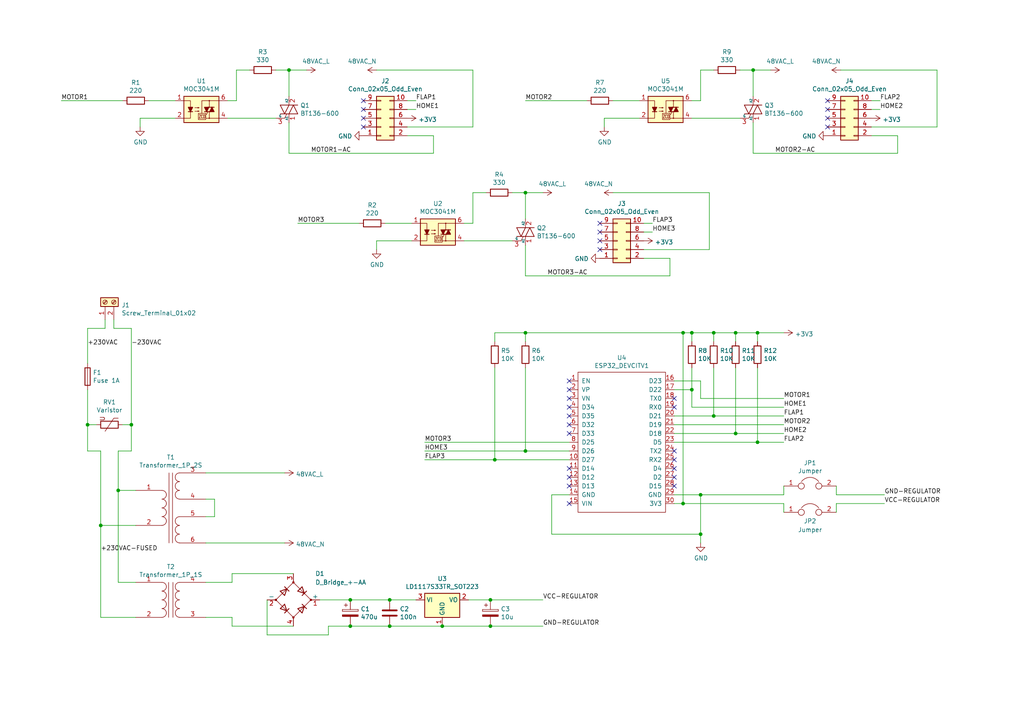
<source format=kicad_sch>
(kicad_sch (version 20231120) (generator "eeschema") (generator_version "8.0")
  (paper "A4")
  (lib_symbols
    (symbol "Connector:Screw_Terminal_01x02" (pin_names (offset 1.016) hide)
      (property "Reference" "J" (at 0 2.54 0))
      (property "Value" "Screw_Terminal_01x02" (at 0 -5.08 0))
      (symbol "Screw_Terminal_01x02_1_1"
        (rectangle (start -1.27 1.27) (end 1.27 -3.81) (stroke (width 0.254)) (fill (type background)))
        (circle (center 0 -2.54) (radius 0.635) (stroke (width 0.1524)))
        (polyline (pts (xy -0.5334 -2.2098) (xy 0.3302 -3.048)) (stroke (width 0.1524)))
        (polyline (pts (xy -0.5334 0.3302) (xy 0.3302 -0.508)) (stroke (width 0.1524)))
        (polyline (pts (xy -0.3556 -2.032) (xy 0.508 -2.8702)) (stroke (width 0.1524)))
        (polyline (pts (xy -0.3556 0.508) (xy 0.508 -0.3302)) (stroke (width 0.1524)))
        (circle (center 0 0) (radius 0.635) (stroke (width 0.1524)))
        (pin passive line (at -5.08 0 0) (length 3.81) (name "Pin_1") (number "1"))
        (pin passive line (at -5.08 -2.54 0) (length 3.81) (name "Pin_2") (number "2"))
      )
    )
    (symbol "Connector_Generic:Conn_02x05_Odd_Even" (pin_names (offset 1.016) hide)
      (property "Reference" "J" (at 1.27 7.62 0))
      (property "Value" "Conn_02x05_Odd_Even" (at 1.27 -7.62 0))
      (symbol "Conn_02x05_Odd_Even_1_1"
        (rectangle (start -1.27 -4.953) (end 0 -5.207) (stroke (width 0.1524)))
        (rectangle (start -1.27 -2.413) (end 0 -2.667) (stroke (width 0.1524)))
        (rectangle (start -1.27 0.127) (end 0 -0.127) (stroke (width 0.1524)))
        (rectangle (start -1.27 2.667) (end 0 2.413) (stroke (width 0.1524)))
        (rectangle (start -1.27 5.207) (end 0 4.953) (stroke (width 0.1524)))
        (rectangle (start -1.27 6.35) (end 3.81 -6.35) (stroke (width 0.254)) (fill (type background)))
        (rectangle (start 3.81 -4.953) (end 2.54 -5.207) (stroke (width 0.1524)))
        (rectangle (start 3.81 -2.413) (end 2.54 -2.667) (stroke (width 0.1524)))
        (rectangle (start 3.81 0.127) (end 2.54 -0.127) (stroke (width 0.1524)))
        (rectangle (start 3.81 2.667) (end 2.54 2.413) (stroke (width 0.1524)))
        (rectangle (start 3.81 5.207) (end 2.54 4.953) (stroke (width 0.1524)))
        (pin passive line (at -5.08 5.08 0) (length 3.81) (name "Pin_1") (number "1"))
        (pin passive line (at 7.62 -5.08 180) (length 3.81) (name "Pin_10") (number "10"))
        (pin passive line (at 7.62 5.08 180) (length 3.81) (name "Pin_2") (number "2"))
        (pin passive line (at -5.08 2.54 0) (length 3.81) (name "Pin_3") (number "3"))
        (pin passive line (at 7.62 2.54 180) (length 3.81) (name "Pin_4") (number "4"))
        (pin passive line (at -5.08 0 0) (length 3.81) (name "Pin_5") (number "5"))
        (pin passive line (at 7.62 0 180) (length 3.81) (name "Pin_6") (number "6"))
        (pin passive line (at -5.08 -2.54 0) (length 3.81) (name "Pin_7") (number "7"))
        (pin passive line (at 7.62 -2.54 180) (length 3.81) (name "Pin_8") (number "8"))
        (pin passive line (at -5.08 -5.08 0) (length 3.81) (name "Pin_9") (number "9"))
      )
    )
    (symbol "Device:C" (pin_numbers hide) (pin_names (offset 0.254))
      (property "Reference" "C" (at 0.635 2.54 0))
      (property "Value" "C" (at 0.635 -2.54 0))
      (symbol "C_0_1"
        (polyline (pts (xy -2.032 -0.762) (xy 2.032 -0.762)) (stroke (width 0.508)))
        (polyline (pts (xy -2.032 0.762) (xy 2.032 0.762)) (stroke (width 0.508)))
      )
      (symbol "C_1_1"
        (pin passive line (at 0 3.81 270) (length 2.794) (name "~") (number "1"))
        (pin passive line (at 0 -3.81 90) (length 2.794) (name "~") (number "2"))
      )
    )
    (symbol "Device:D_Bridge_+-AA" (pin_names (offset 0))
      (property "Reference" "D" (at 2.54 6.985 0))
      (property "Value" "D_Bridge_+-AA" (at 2.54 5.08 0))
      (symbol "D_Bridge_+-AA_0_1"
        (circle (center -5.08 0) (radius 0.254) (fill (type outline)))
        (circle (center 0 -5.08) (radius 0.254) (fill (type outline)))
        (polyline (pts (xy -2.54 3.81) (xy -1.27 2.54)) (stroke (width 0.254)))
        (polyline (pts (xy -1.27 -2.54) (xy -2.54 -3.81)) (stroke (width 0.254)))
        (polyline (pts (xy 2.54 -1.27) (xy 3.81 -2.54)) (stroke (width 0.254)))
        (polyline (pts (xy 2.54 1.27) (xy 3.81 2.54)) (stroke (width 0.254)))
        (polyline (pts (xy -3.81 2.54) (xy -2.54 1.27) (xy -1.905 3.175) (xy -3.81 2.54)) (stroke (width 0.254)))
        (polyline (pts (xy -2.54 -1.27) (xy -3.81 -2.54) (xy -1.905 -3.175) (xy -2.54 -1.27)) (stroke (width 0.254)))
        (polyline (pts (xy 1.27 2.54) (xy 2.54 3.81) (xy 3.175 1.905) (xy 1.27 2.54)) (stroke (width 0.254)))
        (polyline (pts (xy 3.175 -1.905) (xy 1.27 -2.54) (xy 2.54 -3.81) (xy 3.175 -1.905)) (stroke (width 0.254)))
        (polyline (pts (xy -5.08 0) (xy 0 -5.08) (xy 5.08 0) (xy 0 5.08) (xy -5.08 0)))
        (circle (center 0 5.08) (radius 0.254) (fill (type outline)))
        (circle (center 5.08 0) (radius 0.254) (fill (type outline)))
      )
      (symbol "D_Bridge_+-AA_1_1"
        (pin passive line (at 7.62 0 180) (length 2.54) (name "+") (number "1"))
        (pin passive line (at -7.62 0 0) (length 2.54) (name "-") (number "2"))
        (pin passive line (at 0 7.62 270) (length 2.54) (name "~") (number "3"))
        (pin passive line (at 0 -7.62 90) (length 2.54) (name "~") (number "4"))
      )
    )
    (symbol "Device:Fuse" (pin_numbers hide) (pin_names (offset 0))
      (property "Reference" "F" (at 2.032 0 90))
      (property "Value" "Fuse" (at -1.905 0 90))
      (symbol "Fuse_0_1"
        (rectangle (start -0.762 -2.54) (end 0.762 2.54) (stroke (width 0.254)))
        (polyline (pts (xy 0 2.54) (xy 0 -2.54)))
      )
      (symbol "Fuse_1_1"
        (pin passive line (at 0 3.81 270) (length 1.27) (name "~") (number "1"))
        (pin passive line (at 0 -3.81 90) (length 1.27) (name "~") (number "2"))
      )
    )
    (symbol "Device:R" (pin_numbers hide) (pin_names (offset 0))
      (property "Reference" "R" (at 2.032 0 90))
      (property "Value" "R" (at 0 0 90))
      (symbol "R_0_1"
        (rectangle (start -1.016 -2.54) (end 1.016 2.54) (stroke (width 0.254)))
      )
      (symbol "R_1_1"
        (pin passive line (at 0 3.81 270) (length 1.27) (name "~") (number "1"))
        (pin passive line (at 0 -3.81 90) (length 1.27) (name "~") (number "2"))
      )
    )
    (symbol "Device:Transformer_1P_1S" (pin_names (offset 1.016) hide)
      (property "Reference" "T" (at 0 6.35 0))
      (property "Value" "Transformer_1P_1S" (at 0 -7.62 0))
      (symbol "Transformer_1P_1S_0_1"
        (arc (start -2.54 -5.0546) (mid -1.6599 -4.6901) (end -1.27 -3.81))
        (arc (start -2.54 -2.5146) (mid -1.6599 -2.1501) (end -1.27 -1.27))
        (arc (start -2.54 0.0254) (mid -1.6599 0.3899) (end -1.27 1.27))
        (arc (start -2.54 2.5654) (mid -1.6599 2.9299) (end -1.27 3.81))
        (arc (start -1.27 -3.81) (mid -1.642 -2.912) (end -2.54 -2.54))
        (arc (start -1.27 -1.27) (mid -1.642 -0.372) (end -2.54 0))
        (arc (start -1.27 1.27) (mid -1.642 2.168) (end -2.54 2.54))
        (arc (start -1.27 3.81) (mid -1.642 4.708) (end -2.54 5.08))
        (polyline (pts (xy -0.635 5.08) (xy -0.635 -5.08)))
        (polyline (pts (xy 0.635 -5.08) (xy 0.635 5.08)))
        (arc (start 1.2954 -1.27) (mid 1.6599 -2.1501) (end 2.54 -2.5146))
        (arc (start 1.2954 1.27) (mid 1.6599 0.3899) (end 2.54 0.0254))
        (arc (start 1.2954 3.81) (mid 1.6599 2.9299) (end 2.54 2.5654))
        (arc (start 1.3208 -3.81) (mid 1.6853 -4.6901) (end 2.5654 -5.0546))
        (arc (start 2.54 0) (mid 1.642 -0.372) (end 1.2954 -1.27))
        (arc (start 2.54 2.54) (mid 1.642 2.168) (end 1.2954 1.27))
        (arc (start 2.54 5.08) (mid 1.642 4.708) (end 1.2954 3.81))
        (arc (start 2.5654 -2.54) (mid 1.6674 -2.912) (end 1.3208 -3.81))
      )
      (symbol "Transformer_1P_1S_1_1"
        (pin passive line (at -10.16 5.08 0) (length 7.62) (name "AA") (number "1"))
        (pin passive line (at -10.16 -5.08 0) (length 7.62) (name "AB") (number "2"))
        (pin passive line (at 10.16 -5.08 180) (length 7.62) (name "SA") (number "3"))
        (pin passive line (at 10.16 5.08 180) (length 7.62) (name "SB") (number "4"))
      )
    )
    (symbol "Device:Transformer_1P_2S" (pin_names (offset 1.016) hide)
      (property "Reference" "T" (at 0 12.7 0))
      (property "Value" "Transformer_1P_2S" (at 0 -12.7 0))
      (symbol "Transformer_1P_2S_0_1"
        (arc (start -2.54 -5.0546) (mid -1.6599 -4.6901) (end -1.27 -3.81))
        (arc (start -2.54 -2.5146) (mid -1.6599 -2.1501) (end -1.27 -1.27))
        (arc (start -2.54 0.0254) (mid -1.6599 0.3899) (end -1.27 1.27))
        (arc (start -2.54 2.5654) (mid -1.6599 2.9299) (end -1.27 3.81))
        (arc (start -1.27 -3.81) (mid -1.642 -2.912) (end -2.54 -2.54))
        (arc (start -1.27 -1.27) (mid -1.642 -0.372) (end -2.54 0))
        (arc (start -1.27 1.27) (mid -1.642 2.168) (end -2.54 2.54))
        (arc (start -1.27 3.81) (mid -1.642 4.708) (end -2.54 5.08))
        (polyline (pts (xy -0.508 -10.16) (xy -0.508 10.16)))
        (polyline (pts (xy 0.508 10.16) (xy 0.508 -10.16)))
        (arc (start 1.2954 -8.89) (mid 1.6599 -9.7701) (end 2.54 -10.1346))
        (arc (start 1.2954 -6.35) (mid 1.6599 -7.2301) (end 2.54 -7.5946))
        (arc (start 1.2954 -3.81) (mid 1.6599 -4.6901) (end 2.54 -5.0546))
        (arc (start 1.2954 3.81) (mid 1.6599 2.9299) (end 2.54 2.5654))
        (arc (start 1.2954 6.35) (mid 1.6599 5.4699) (end 2.54 5.1054))
        (arc (start 1.2954 8.89) (mid 1.6599 8.0099) (end 2.54 7.6454))
        (arc (start 2.54 -7.62) (mid 1.642 -7.992) (end 1.2954 -8.89))
        (arc (start 2.54 -5.08) (mid 1.642 -5.452) (end 1.2954 -6.35))
        (arc (start 2.54 -2.54) (mid 1.642 -2.912) (end 1.2954 -3.81))
        (arc (start 2.54 5.08) (mid 1.642 4.708) (end 1.2954 3.81))
        (arc (start 2.54 7.62) (mid 1.642 7.248) (end 1.2954 6.35))
        (arc (start 2.54 10.16) (mid 1.642 9.788) (end 1.2954 8.89))
      )
      (symbol "Transformer_1P_2S_1_1"
        (pin passive line (at -10.16 5.08 0) (length 7.62) (name "AA") (number "1"))
        (pin passive line (at -10.16 -5.08 0) (length 7.62) (name "AB") (number "2"))
        (pin passive line (at 10.16 10.16 180) (length 7.62) (name "SA") (number "3"))
        (pin passive line (at 10.16 2.54 180) (length 7.62) (name "SB") (number "4"))
        (pin passive line (at 10.16 -2.54 180) (length 7.62) (name "SC") (number "5"))
        (pin passive line (at 10.16 -10.16 180) (length 7.62) (name "SD") (number "6"))
      )
    )
    (symbol "Device:Varistor" (pin_numbers hide) (pin_names (offset 0))
      (property "Reference" "RV" (at 3.175 0 90))
      (property "Value" "Varistor" (at -3.175 0 90))
      (symbol "Varistor_0_0"
        (text "U" (at -1.778 -2.032 0) (effects (font (size 1.27 1.27))))
      )
      (symbol "Varistor_0_1"
        (rectangle (start -1.016 -2.54) (end 1.016 2.54) (stroke (width 0.254)))
        (polyline (pts (xy -1.905 2.54) (xy -1.905 1.27) (xy 1.905 -1.27)))
      )
      (symbol "Varistor_1_1"
        (pin passive line (at 0 3.81 270) (length 1.27) (name "~") (number "1"))
        (pin passive line (at 0 -3.81 90) (length 1.27) (name "~") (number "2"))
      )
    )
    (symbol "JS_Local:+48VAC" (power) (pin_names (offset 0))
      (property "Value" "+48VAC" (at 0 3.556 0))
      (symbol "+48VAC_0_1"
        (polyline (pts (xy -0.762 1.27) (xy 0 2.54)))
        (polyline (pts (xy 0 0) (xy 0 2.54)))
        (polyline (pts (xy 0 2.54) (xy 0.762 1.27)))
      )
      (symbol "+48VAC_1_1"
        (pin power_in line (at 0 0 90) (length 0) hide (name "48VAC_L") (number "1"))
      )
    )
    (symbol "JS_Local:-48VAC" (power) (pin_names (offset 0))
      (property "Value" "-48VAC" (at 0 3.556 0))
      (symbol "-48VAC_0_1"
        (polyline (pts (xy -0.762 1.27) (xy 0 2.54)))
        (polyline (pts (xy 0 0) (xy 0 2.54)))
        (polyline (pts (xy 0 2.54) (xy 0.762 1.27)))
      )
      (symbol "-48VAC_1_1"
        (pin power_in line (at 0 0 90) (length 0) hide (name "48VAC_N") (number "1"))
      )
    )
    (symbol "JS_Local:ESP32_DEVCITV1" (pin_names (offset 1.016))
      (property "Reference" "U" (at 0 22.86 0))
      (property "Value" "ESP32_DEVCITV1" (at 0 0 90))
      (symbol "ESP32_DEVCITV1_0_1"
        (rectangle (start -12.7 20.32) (end 12.7 -20.32))
      )
      (symbol "ESP32_DEVCITV1_1_1"
        (pin input line (at -15.24 17.78 0) (length 2.54) (name "EN") (number "1"))
        (pin bidirectional line (at -15.24 -5.08 0) (length 2.54) (name "D27") (number "10"))
        (pin bidirectional line (at -15.24 -7.62 0) (length 2.54) (name "D14") (number "11"))
        (pin bidirectional line (at -15.24 -10.16 0) (length 2.54) (name "D12") (number "12"))
        (pin bidirectional line (at -15.24 -12.7 0) (length 2.54) (name "D13") (number "13"))
        (pin power_in line (at -15.24 -15.24 0) (length 2.54) (name "GND") (number "14"))
        (pin power_in line (at -15.24 -17.78 0) (length 2.54) (name "VIN") (number "15"))
        (pin bidirectional line (at 15.24 17.78 180) (length 2.54) (name "D23") (number "16"))
        (pin bidirectional line (at 15.24 15.24 180) (length 2.54) (name "D22") (number "17"))
        (pin bidirectional line (at 15.24 12.7 180) (length 2.54) (name "TX0") (number "18"))
        (pin bidirectional line (at 15.24 10.16 180) (length 2.54) (name "RX0") (number "19"))
        (pin input line (at -15.24 15.24 0) (length 2.54) (name "VP") (number "2"))
        (pin bidirectional line (at 15.24 7.62 180) (length 2.54) (name "D21") (number "20"))
        (pin bidirectional line (at 15.24 5.08 180) (length 2.54) (name "D19") (number "21"))
        (pin bidirectional line (at 15.24 2.54 180) (length 2.54) (name "D18") (number "22"))
        (pin bidirectional line (at 15.24 0 180) (length 2.54) (name "D5") (number "23"))
        (pin bidirectional line (at 15.24 -2.54 180) (length 2.54) (name "TX2") (number "24"))
        (pin bidirectional line (at 15.24 -5.08 180) (length 2.54) (name "RX2") (number "25"))
        (pin bidirectional line (at 15.24 -7.62 180) (length 2.54) (name "D4") (number "26"))
        (pin bidirectional line (at 15.24 -10.16 180) (length 2.54) (name "D2") (number "27"))
        (pin bidirectional line (at 15.24 -12.7 180) (length 2.54) (name "D15") (number "28"))
        (pin power_out line (at 15.24 -15.24 180) (length 2.54) (name "GND") (number "29"))
        (pin input line (at -15.24 12.7 0) (length 2.54) (name "VN") (number "3"))
        (pin power_out line (at 15.24 -17.78 180) (length 2.54) (name "3V3") (number "30"))
        (pin input line (at -15.24 10.16 0) (length 2.54) (name "D34") (number "4"))
        (pin input line (at -15.24 7.62 0) (length 2.54) (name "D35") (number "5"))
        (pin output line (at -15.24 5.08 0) (length 2.54) (name "D32") (number "6"))
        (pin output line (at -15.24 2.54 0) (length 2.54) (name "D33") (number "7"))
        (pin bidirectional line (at -15.24 0 0) (length 2.54) (name "D25") (number "8"))
        (pin bidirectional line (at -15.24 -2.54 0) (length 2.54) (name "D26") (number "9"))
      )
    )
    (symbol "Regulator_Linear:LD1117S33TR_SOT223"
      (property "Reference" "U" (at -3.81 3.175 0))
      (property "Value" "LD1117S33TR_SOT223" (at 0 3.175 0))
      (symbol "LD1117S33TR_SOT223_0_1"
        (rectangle (start -5.08 -5.08) (end 5.08 1.905) (stroke (width 0.254)) (fill (type background)))
      )
      (symbol "LD1117S33TR_SOT223_1_1"
        (pin power_in line (at 0 -7.62 90) (length 2.54) (name "GND") (number "1"))
        (pin power_out line (at 7.62 0 180) (length 2.54) (name "VO") (number "2"))
        (pin power_in line (at -7.62 0 0) (length 2.54) (name "VI") (number "3"))
      )
    )
    (symbol "Triac_Thyristor:BT136-600" (pin_names (offset 0))
      (property "Reference" "Q" (at 5.08 1.905 0))
      (property "Value" "BT136-600" (at 5.08 0 0))
      (symbol "BT136-600_0_1"
        (polyline (pts (xy -2.54 -1.27) (xy 2.54 -1.27)) (stroke (width 0.2032)))
        (polyline (pts (xy -2.54 1.27) (xy 2.54 1.27)) (stroke (width 0.2032)))
        (polyline (pts (xy -1.27 -2.54) (xy -0.635 -1.27)))
        (polyline (pts (xy -2.54 1.27) (xy -1.27 -1.27) (xy 0 1.27)) (stroke (width 0.2032)))
        (polyline (pts (xy 0 -1.27) (xy 1.27 1.27) (xy 2.54 -1.27)) (stroke (width 0.2032)))
      )
      (symbol "BT136-600_1_1"
        (pin passive line (at 0 -3.81 90) (length 2.54) (name "A1") (number "1"))
        (pin passive line (at 0 3.81 270) (length 2.54) (name "A2") (number "2"))
        (pin input line (at -3.81 -2.54 0) (length 2.54) (name "G") (number "3"))
      )
    )
    (symbol "splitflap-berlin-rescue:+3V3-power" (power) (pin_names (offset 0))
      (property "Value" "power_+3V3" (at 0 3.556 0))
      (symbol "+3V3-power_0_1"
        (polyline (pts (xy -0.762 1.27) (xy 0 2.54)))
        (polyline (pts (xy 0 0) (xy 0 2.54)))
        (polyline (pts (xy 0 2.54) (xy 0.762 1.27)))
      )
      (symbol "+3V3-power_1_1"
        (pin power_in line (at 0 0 90) (length 0) hide (name "+3V3") (number "1"))
      )
    )
    (symbol "splitflap-berlin-rescue:CP-Device" (pin_numbers hide) (pin_names (offset 0.254))
      (property "Reference" "C" (at 0.635 2.54 0))
      (property "Value" "Device_CP" (at 0.635 -2.54 0))
      (symbol "CP-Device_0_1"
        (rectangle (start -2.286 0.508) (end -2.286 1.016))
        (rectangle (start -2.286 0.508) (end 2.286 0.508))
        (polyline (pts (xy -1.778 2.286) (xy -0.762 2.286)))
        (polyline (pts (xy -1.27 2.794) (xy -1.27 1.778)))
        (rectangle (start 2.286 -0.508) (end -2.286 -1.016) (fill (type outline)))
        (rectangle (start 2.286 1.016) (end -2.286 1.016))
        (rectangle (start 2.286 1.016) (end 2.286 0.508))
      )
      (symbol "CP-Device_1_1"
        (pin passive line (at 0 3.81 270) (length 2.794) (name "~") (number "1"))
        (pin passive line (at 0 -3.81 90) (length 2.794) (name "~") (number "2"))
      )
    )
    (symbol "splitflap-berlin-rescue:GND-power" (power) (pin_names (offset 0))
      (property "Value" "power_GND" (at 0 -3.81 0))
      (symbol "GND-power_0_1"
        (polyline (pts (xy 0 0) (xy 0 -1.27) (xy 1.27 -1.27) (xy 0 -2.54) (xy -1.27 -1.27) (xy 0 -1.27)))
      )
      (symbol "GND-power_1_1"
        (pin power_in line (at 0 0 270) (length 0) hide (name "GND") (number "1"))
      )
    )
    (symbol "splitflap-berlin-rescue:Jumper-Device" (pin_names (offset 0.762) hide)
      (property "Reference" "JP" (at 0 3.81 0))
      (property "Value" "Device_Jumper" (at 0 -2.032 0))
      (symbol "Jumper-Device_0_1"
        (circle (center -2.54 0) (radius 0.889))
        (arc (start 2.5146 1.27) (mid 0.0078 2.5097) (end -2.4892 1.27))
        (circle (center 2.54 0) (radius 0.889))
        (pin passive line (at -7.62 0 0) (length 4.191) (name "1") (number "1"))
        (pin passive line (at 7.62 0 180) (length 4.191) (name "2") (number "2"))
      )
    )
    (symbol "splitflap-berlin-rescue:MOC3041M-Relay_SolidState" (pin_names (offset 1.016))
      (property "Reference" "U" (at -5.08 5.08 0))
      (property "Value" "Relay_SolidState_MOC3041M" (at 0 5.08 0))
      (symbol "MOC3041M-Relay_SolidState_0_1"
        (rectangle (start -5.08 3.81) (end 5.08 -3.81) (stroke (width 0.254)) (fill (type background)))
        (polyline (pts (xy -3.81 -0.635) (xy -2.54 -0.635)) (stroke (width 0.254)))
        (polyline (pts (xy 0.127 -1.143) (xy 0.127 2.54)))
        (polyline (pts (xy 0.127 2.54) (xy 2.286 2.54)))
        (polyline (pts (xy 1.905 0.635) (xy 3.683 0.635)) (stroke (width 0.254)))
        (polyline (pts (xy 2.286 -2.54) (xy 1.27 -2.54)))
        (polyline (pts (xy 2.286 -2.54) (xy 2.286 -0.635)))
        (polyline (pts (xy 2.286 -2.54) (xy 5.08 -2.54)))
        (polyline (pts (xy 2.286 2.54) (xy 2.286 0.635)))
        (polyline (pts (xy 2.286 2.54) (xy 5.08 2.54)))
        (polyline (pts (xy 2.667 -0.635) (xy 0.889 -0.635)) (stroke (width 0.254)))
        (polyline (pts (xy -5.08 2.54) (xy -3.175 2.54) (xy -3.175 0.635)))
        (polyline (pts (xy -3.175 -0.635) (xy -3.175 -2.54) (xy -5.08 -2.54)))
        (polyline (pts (xy 1.905 -0.635) (xy 1.524 -1.397) (xy 1.27 -1.397)))
        (polyline (pts (xy -3.175 -0.635) (xy -3.81 0.635) (xy -2.54 0.635) (xy -3.175 -0.635)) (stroke (width 0.254)) (fill (type outline)))
        (polyline (pts (xy -0.635 -1.524) (xy -0.254 -1.524) (xy -0.635 -2.54) (xy -0.254 -2.54)))
        (polyline (pts (xy 0 -1.651) (xy 0.127 -1.524) (xy 0.254 -1.524) (xy 0.381 -1.651)))
        (polyline (pts (xy 1.524 -0.635) (xy 2.159 0.635) (xy 0.889 0.635) (xy 1.524 -0.635)) (stroke (width 0.254)) (fill (type outline)))
        (polyline (pts (xy 3.048 0.635) (xy 2.413 -0.635) (xy 3.683 -0.635) (xy 3.048 0.635)) (stroke (width 0.254)) (fill (type outline)))
        (polyline (pts (xy -1.905 -0.508) (xy -0.635 -0.508) (xy -1.016 -0.635) (xy -1.016 -0.381) (xy -0.635 -0.508)))
        (polyline (pts (xy -1.905 0.508) (xy -0.635 0.508) (xy -1.016 0.381) (xy -1.016 0.635) (xy -0.635 0.508)))
        (polyline (pts (xy -0.889 -1.143) (xy -0.889 -2.921) (xy 1.27 -2.921) (xy 1.27 -1.143) (xy -0.889 -1.143)))
        (polyline (pts (xy 0.381 -2.413) (xy 0.254 -2.54) (xy 0.127 -2.54) (xy 0 -2.413) (xy 0 -1.651)))
        (polyline (pts (xy 0.635 -1.524) (xy 0.635 -2.54) (xy 0.889 -2.54) (xy 1.016 -2.413) (xy 1.016 -1.651) (xy 0.889 -1.524) (xy 0.635 -1.524)))
        (circle (center 2.286 -2.54) (radius 0.127))
        (circle (center 2.286 2.54) (radius 0.127))
      )
      (symbol "MOC3041M-Relay_SolidState_1_1"
        (pin passive line (at -7.62 2.54 0) (length 2.54) (name "~") (number "1"))
        (pin passive line (at -7.62 -2.54 0) (length 2.54) (name "~") (number "2"))
        (pin no_connect line (at -7.62 0 0) (length 2.54) hide (name "NC") (number "3"))
        (pin passive line (at 7.62 -2.54 180) (length 2.54) (name "~") (number "4"))
        (pin no_connect line (at 7.62 0 180) (length 2.54) hide (name "NC") (number "5"))
        (pin passive line (at 7.62 2.54 180) (length 2.54) (name "~") (number "6"))
      )
    )
  )
  (junction (at 143.51 133.35))
  (junction (at 101.6 173.99))
  (junction (at 219.71 96.52))
  (junction (at 198.12 146.05))
  (junction (at 203.2 154.94))
  (junction (at 207.01 120.65))
  (junction (at 198.12 96.52))
  (junction (at 203.2 143.51))
  (junction (at 83.82 20.32))
  (junction (at 25.4 123.19))
  (junction (at 213.36 96.52))
  (junction (at 113.03 181.61))
  (junction (at 113.03 173.99))
  (junction (at 142.24 173.99))
  (junction (at 213.36 125.73))
  (junction (at 29.21 152.4))
  (junction (at 128.27 181.61))
  (junction (at 200.66 113.03))
  (junction (at 200.66 96.52))
  (junction (at 152.4 96.52))
  (junction (at 152.4 130.81))
  (junction (at 38.1 123.19))
  (junction (at 101.6 181.61))
  (junction (at 219.71 128.27))
  (junction (at 142.24 181.61))
  (junction (at 207.01 96.52))
  (junction (at 34.29 142.24))
  (junction (at 218.44 20.32))
  (junction (at 152.4 55.88))
  (no_connect (at 165.1 120.65))
  (no_connect (at 173.99 69.85))
  (no_connect (at 240.03 34.29))
  (no_connect (at 105.41 31.75))
  (no_connect (at 195.58 115.57))
  (no_connect (at 173.99 72.39))
  (no_connect (at 240.03 31.75))
  (no_connect (at 173.99 64.77))
  (no_connect (at 195.58 135.89))
  (no_connect (at 165.1 146.05))
  (no_connect (at 165.1 113.03))
  (no_connect (at 195.58 130.81))
  (no_connect (at 165.1 123.19))
  (no_connect (at 105.41 29.21))
  (no_connect (at 195.58 140.97))
  (no_connect (at 165.1 110.49))
  (no_connect (at 105.41 36.83))
  (no_connect (at 165.1 135.89))
  (no_connect (at 165.1 140.97))
  (no_connect (at 240.03 36.83))
  (no_connect (at 165.1 125.73))
  (no_connect (at 165.1 115.57))
  (no_connect (at 173.99 67.31))
  (no_connect (at 195.58 138.43))
  (no_connect (at 195.58 133.35))
  (no_connect (at 105.41 34.29))
  (no_connect (at 195.58 118.11))
  (no_connect (at 165.1 138.43))
  (no_connect (at 165.1 118.11))
  (no_connect (at 240.03 29.21))
  (wire (pts (xy 40.64 34.29) (xy 40.64 36.83)))
  (wire (pts (xy 165.1 130.81) (xy 152.4 130.81)))
  (wire (pts (xy 198.12 146.05) (xy 227.33 146.05)))
  (wire (pts (xy 207.01 120.65) (xy 207.01 106.68)))
  (wire (pts (xy 242.57 146.05) (xy 256.54 146.05)))
  (wire (pts (xy 218.44 20.32) (xy 214.63 20.32)))
  (wire (pts (xy 195.58 125.73) (xy 213.36 125.73)))
  (wire (pts (xy 143.51 133.35) (xy 143.51 106.68)))
  (wire (pts (xy 142.24 173.99) (xy 157.48 173.99)))
  (wire (pts (xy 200.66 29.21) (xy 203.2 29.21)))
  (wire (pts (xy 33.02 95.25) (xy 38.1 95.25)))
  (wire (pts (xy 260.35 44.45) (xy 218.44 44.45)))
  (wire (pts (xy 186.69 67.31) (xy 189.23 67.31)))
  (wire (pts (xy 200.66 113.03) (xy 200.66 118.11)))
  (wire (pts (xy 227.33 148.59) (xy 227.33 146.05)))
  (wire (pts (xy 67.31 168.91) (xy 67.31 166.37)))
  (wire (pts (xy 137.16 36.83) (xy 137.16 20.32)))
  (wire (pts (xy 203.2 154.94) (xy 203.2 157.48)))
  (wire (pts (xy 219.71 128.27) (xy 219.71 106.68)))
  (wire (pts (xy 200.66 99.06) (xy 200.66 96.52)))
  (wire (pts (xy 207.01 96.52) (xy 213.36 96.52)))
  (wire (pts (xy 175.26 34.29) (xy 175.26 36.83)))
  (wire (pts (xy 67.31 166.37) (xy 85.09 166.37)))
  (wire (pts (xy 95.25 184.15) (xy 95.25 181.61)))
  (wire (pts (xy 186.69 64.77) (xy 189.23 64.77)))
  (wire (pts (xy 242.57 140.97) (xy 242.57 143.51)))
  (wire (pts (xy 219.71 96.52) (xy 227.33 96.52)))
  (wire (pts (xy 152.4 63.5) (xy 152.4 55.88)))
  (wire (pts (xy 34.29 130.81) (xy 38.1 130.81)))
  (wire (pts (xy 59.69 137.16) (xy 82.55 137.16)))
  (wire (pts (xy 39.37 179.07) (xy 29.21 179.07)))
  (wire (pts (xy 43.18 29.21) (xy 50.8 29.21)))
  (wire (pts (xy 95.25 181.61) (xy 101.6 181.61)))
  (wire (pts (xy 66.04 29.21) (xy 68.58 29.21)))
  (wire (pts (xy 135.89 173.99) (xy 142.24 173.99)))
  (wire (pts (xy 83.82 20.32) (xy 88.9 20.32)))
  (wire (pts (xy 77.47 184.15) (xy 95.25 184.15)))
  (wire (pts (xy 123.19 130.81) (xy 152.4 130.81)))
  (wire (pts (xy 177.8 29.21) (xy 185.42 29.21)))
  (wire (pts (xy 29.21 130.81) (xy 25.4 130.81)))
  (wire (pts (xy 30.48 95.25) (xy 30.48 92.71)))
  (wire (pts (xy 101.6 181.61) (xy 113.03 181.61)))
  (wire (pts (xy 118.11 36.83) (xy 137.16 36.83)))
  (wire (pts (xy 242.57 148.59) (xy 242.57 146.05)))
  (wire (pts (xy 118.11 31.75) (xy 120.65 31.75)))
  (wire (pts (xy 203.2 20.32) (xy 207.01 20.32)))
  (wire (pts (xy 200.66 96.52) (xy 207.01 96.52)))
  (wire (pts (xy 200.66 34.29) (xy 214.63 34.29)))
  (wire (pts (xy 83.82 35.56) (xy 83.82 44.45)))
  (wire (pts (xy 59.69 157.48) (xy 82.55 157.48)))
  (wire (pts (xy 152.4 130.81) (xy 152.4 106.68)))
  (wire (pts (xy 134.62 69.85) (xy 148.59 69.85)))
  (wire (pts (xy 25.4 130.81) (xy 25.4 123.19)))
  (wire (pts (xy 207.01 99.06) (xy 207.01 96.52)))
  (wire (pts (xy 200.66 96.52) (xy 198.12 96.52)))
  (wire (pts (xy 25.4 95.25) (xy 25.4 105.41)))
  (wire (pts (xy 194.31 80.01) (xy 152.4 80.01)))
  (wire (pts (xy 39.37 142.24) (xy 34.29 142.24)))
  (wire (pts (xy 27.94 123.19) (xy 25.4 123.19)))
  (wire (pts (xy 25.4 123.19) (xy 25.4 113.03)))
  (wire (pts (xy 195.58 128.27) (xy 219.71 128.27)))
  (wire (pts (xy 119.38 69.85) (xy 109.22 69.85)))
  (wire (pts (xy 35.56 123.19) (xy 38.1 123.19)))
  (wire (pts (xy 160.02 154.94) (xy 203.2 154.94)))
  (wire (pts (xy 86.36 64.77) (xy 104.14 64.77)))
  (wire (pts (xy 198.12 96.52) (xy 198.12 146.05)))
  (wire (pts (xy 113.03 181.61) (xy 128.27 181.61)))
  (wire (pts (xy 213.36 99.06) (xy 213.36 96.52)))
  (wire (pts (xy 186.69 72.39) (xy 205.74 72.39)))
  (wire (pts (xy 39.37 168.91) (xy 34.29 168.91)))
  (wire (pts (xy 194.31 74.93) (xy 194.31 80.01)))
  (wire (pts (xy 33.02 92.71) (xy 33.02 95.25)))
  (wire (pts (xy 67.31 181.61) (xy 85.09 181.61)))
  (wire (pts (xy 203.2 115.57) (xy 227.33 115.57)))
  (wire (pts (xy 195.58 120.65) (xy 207.01 120.65)))
  (wire (pts (xy 38.1 95.25) (xy 38.1 123.19)))
  (wire (pts (xy 83.82 27.94) (xy 83.82 20.32)))
  (wire (pts (xy 207.01 120.65) (xy 227.33 120.65)))
  (wire (pts (xy 34.29 168.91) (xy 34.29 142.24)))
  (wire (pts (xy 203.2 29.21) (xy 203.2 20.32)))
  (wire (pts (xy 152.4 29.21) (xy 170.18 29.21)))
  (wire (pts (xy 260.35 39.37) (xy 260.35 44.45)))
  (wire (pts (xy 252.73 31.75) (xy 255.27 31.75)))
  (wire (pts (xy 218.44 20.32) (xy 223.52 20.32)))
  (wire (pts (xy 109.22 69.85) (xy 109.22 72.39)))
  (wire (pts (xy 195.58 123.19) (xy 227.33 123.19)))
  (wire (pts (xy 205.74 55.88) (xy 177.8 55.88)))
  (wire (pts (xy 152.4 55.88) (xy 148.59 55.88)))
  (wire (pts (xy 77.47 173.99) (xy 77.47 184.15)))
  (wire (pts (xy 213.36 96.52) (xy 219.71 96.52)))
  (wire (pts (xy 62.23 149.86) (xy 62.23 144.78)))
  (wire (pts (xy 165.1 143.51) (xy 160.02 143.51)))
  (wire (pts (xy 152.4 99.06) (xy 152.4 96.52)))
  (wire (pts (xy 203.2 154.94) (xy 203.2 143.51)))
  (wire (pts (xy 185.42 34.29) (xy 175.26 34.29)))
  (wire (pts (xy 200.66 113.03) (xy 200.66 106.68)))
  (wire (pts (xy 195.58 146.05) (xy 198.12 146.05)))
  (wire (pts (xy 113.03 173.99) (xy 120.65 173.99)))
  (wire (pts (xy 92.71 173.99) (xy 101.6 173.99)))
  (wire (pts (xy 200.66 118.11) (xy 227.33 118.11)))
  (wire (pts (xy 195.58 113.03) (xy 200.66 113.03)))
  (wire (pts (xy 203.2 143.51) (xy 195.58 143.51)))
  (wire (pts (xy 152.4 55.88) (xy 157.48 55.88)))
  (wire (pts (xy 152.4 96.52) (xy 143.51 96.52)))
  (wire (pts (xy 128.27 181.61) (xy 142.24 181.61)))
  (wire (pts (xy 195.58 110.49) (xy 203.2 110.49)))
  (wire (pts (xy 59.69 149.86) (xy 62.23 149.86)))
  (wire (pts (xy 125.73 44.45) (xy 83.82 44.45)))
  (wire (pts (xy 118.11 29.21) (xy 120.65 29.21)))
  (wire (pts (xy 59.69 179.07) (xy 67.31 179.07)))
  (wire (pts (xy 165.1 128.27) (xy 123.19 128.27)))
  (wire (pts (xy 59.69 168.91) (xy 67.31 168.91)))
  (wire (pts (xy 142.24 181.61) (xy 157.48 181.61)))
  (wire (pts (xy 252.73 36.83) (xy 271.78 36.83)))
  (wire (pts (xy 17.78 29.21) (xy 35.56 29.21)))
  (wire (pts (xy 125.73 39.37) (xy 125.73 44.45)))
  (wire (pts (xy 203.2 143.51) (xy 227.33 143.51)))
  (wire (pts (xy 218.44 35.56) (xy 218.44 44.45)))
  (wire (pts (xy 68.58 20.32) (xy 72.39 20.32)))
  (wire (pts (xy 219.71 99.06) (xy 219.71 96.52)))
  (wire (pts (xy 213.36 125.73) (xy 213.36 106.68)))
  (wire (pts (xy 66.04 34.29) (xy 80.01 34.29)))
  (wire (pts (xy 213.36 125.73) (xy 227.33 125.73)))
  (wire (pts (xy 83.82 20.32) (xy 80.01 20.32)))
  (wire (pts (xy 68.58 29.21) (xy 68.58 20.32)))
  (wire (pts (xy 205.74 72.39) (xy 205.74 55.88)))
  (wire (pts (xy 39.37 152.4) (xy 29.21 152.4)))
  (wire (pts (xy 198.12 96.52) (xy 152.4 96.52)))
  (wire (pts (xy 137.16 64.77) (xy 137.16 55.88)))
  (wire (pts (xy 50.8 34.29) (xy 40.64 34.29)))
  (wire (pts (xy 137.16 20.32) (xy 109.22 20.32)))
  (wire (pts (xy 118.11 39.37) (xy 125.73 39.37)))
  (wire (pts (xy 137.16 55.88) (xy 140.97 55.88)))
  (wire (pts (xy 219.71 128.27) (xy 227.33 128.27)))
  (wire (pts (xy 143.51 133.35) (xy 165.1 133.35)))
  (wire (pts (xy 160.02 143.51) (xy 160.02 154.94)))
  (wire (pts (xy 67.31 179.07) (xy 67.31 181.61)))
  (wire (pts (xy 111.76 64.77) (xy 119.38 64.77)))
  (wire (pts (xy 252.73 29.21) (xy 255.27 29.21)))
  (wire (pts (xy 123.19 133.35) (xy 143.51 133.35)))
  (wire (pts (xy 242.57 143.51) (xy 256.54 143.51)))
  (wire (pts (xy 203.2 115.57) (xy 203.2 110.49)))
  (wire (pts (xy 34.29 142.24) (xy 34.29 130.81)))
  (wire (pts (xy 271.78 36.83) (xy 271.78 20.32)))
  (wire (pts (xy 101.6 173.99) (xy 113.03 173.99)))
  (wire (pts (xy 143.51 99.06) (xy 143.51 96.52)))
  (wire (pts (xy 134.62 64.77) (xy 137.16 64.77)))
  (wire (pts (xy 186.69 74.93) (xy 194.31 74.93)))
  (wire (pts (xy 252.73 39.37) (xy 260.35 39.37)))
  (wire (pts (xy 152.4 71.12) (xy 152.4 80.01)))
  (wire (pts (xy 227.33 143.51) (xy 227.33 140.97)))
  (wire (pts (xy 62.23 144.78) (xy 59.69 144.78)))
  (wire (pts (xy 271.78 20.32) (xy 243.84 20.32)))
  (wire (pts (xy 38.1 130.81) (xy 38.1 123.19)))
  (wire (pts (xy 25.4 95.25) (xy 30.48 95.25)))
  (wire (pts (xy 218.44 27.94) (xy 218.44 20.32)))
  (wire (pts (xy 29.21 152.4) (xy 29.21 130.81)))
  (wire (pts (xy 29.21 179.07) (xy 29.21 152.4)))
  (label "VCC-REGULATOR" (at 256.54 146.05 0))
  (label "MOTOR1-AC" (at 90.17 44.45 0))
  (label "FLAP1" (at 227.33 120.65 0))
  (label "HOME3" (at 189.23 67.31 0))
  (label "FLAP2" (at 255.27 29.21 0))
  (label "FLAP3" (at 123.19 133.35 0))
  (label "MOTOR3" (at 86.36 64.77 0))
  (label "VCC-REGULATOR" (at 157.48 173.99 0))
  (label "HOME1" (at 227.33 118.11 0))
  (label "MOTOR2" (at 227.33 123.19 0))
  (label "MOTOR3" (at 123.19 128.27 0))
  (label "-230VAC" (at 38.1 100.33 0))
  (label "MOTOR2" (at 152.4 29.21 0))
  (label "HOME2" (at 255.27 31.75 0))
  (label "HOME1" (at 120.65 31.75 0))
  (label "FLAP2" (at 227.33 128.27 0))
  (label "+230VAC" (at 25.4 100.33 0))
  (label "+230VAC-FUSED" (at 29.21 160.02 0))
  (label "MOTOR2-AC" (at 224.79 44.45 0))
  (label "GND-REGULATOR" (at 256.54 143.51 0))
  (label "HOME3" (at 123.19 130.81 0))
  (label "MOTOR3-AC" (at 158.75 80.01 0))
  (label "MOTOR1" (at 17.78 29.21 0))
  (label "FLAP1" (at 120.65 29.21 0))
  (label "FLAP3" (at 189.23 64.77 0))
  (label "MOTOR1" (at 227.33 115.57 0))
  (label "HOME2" (at 227.33 125.73 0))
  (label "GND-REGULATOR" (at 157.48 181.61 0))
  (symbol (lib_id "splitflap-berlin-rescue:Jumper-Device") (at 234.95 140.97 0) (unit 1)
    (property "Reference" "JP1" (at 234.95 134.2644 0))
    (property "Value" "Jumper" (at 234.95 136.5758 0))
    (property "Footprint" "Connector_PinHeader_2.54mm:PinHeader_1x02_P2.54mm_Vertical" (effects (hide yes)))
  )
  (symbol (lib_id "splitflap-berlin-rescue:Jumper-Device") (at 234.95 148.59 0) (unit 1)
    (property "Reference" "JP2" (at 234.95 151.13 0))
    (property "Value" "Jumper" (at 234.95 153.67 0))
    (property "Footprint" "Connector_PinHeader_2.54mm:PinHeader_1x02_P2.54mm_Vertical" (effects (hide yes)))
  )
  (symbol (lib_id "splitflap-berlin-rescue:GND-power") (at 203.2 157.48 0) (unit 1)
    (property "Reference" "#PWR0102" (effects (hide yes)))
    (property "Value" "GND" (at 203.327 161.8742 0))
  )
  (symbol (lib_id "JS_Local:ESP32_DEVCITV1") (at 180.34 128.27 0) (unit 1)
    (property "Reference" "U4" (at 180.34 103.759 0))
    (property "Value" "ESP32_DEVCITV1" (at 180.34 106.0704 0))
    (property "Footprint" "JS_Local:ESP32_DEVKITV1_16" (effects (hide yes)))
  )
  (symbol (lib_id "Device:Transformer_1P_1S") (at 49.53 173.99 0) (unit 1)
    (property "Reference" "T2" (at 49.53 164.3888 0))
    (property "Value" "Transformer_1P_1S" (at 49.53 166.7002 0))
    (property "Footprint" "JS_Local:Block_VB_2.0_1_9" (effects (hide yes)))
  )
  (symbol (lib_id "Device:Transformer_1P_2S") (at 49.53 147.32 0) (unit 1)
    (property "Reference" "T1" (at 49.53 132.6388 0))
    (property "Value" "Transformer_1P_2S" (at 49.53 134.9502 0))
    (property "Footprint" "JS_Local:Transformer_Ext_1P_2S" (effects (hide yes)))
  )
  (symbol (lib_id "splitflap-berlin-rescue:MOC3041M-Relay_SolidState") (at 58.42 31.75 0) (unit 1)
    (property "Reference" "U1" (at 58.42 23.495 0))
    (property "Value" "MOC3041M" (at 58.42 25.8064 0))
    (property "Footprint" "Package_DIP:DIP-6_W7.62mm" (effects (hide yes)))
    (property "Datasheet" "http://www.fairchildsemi.com/ds/MO/MOC3031M.pdf" (effects (hide yes)))
  )
  (symbol (lib_id "splitflap-berlin-rescue:GND-power") (at 40.64 36.83 0) (unit 1)
    (property "Reference" "#PWR0108" (effects (hide yes)))
    (property "Value" "GND" (at 40.767 41.2242 0))
  )
  (symbol (lib_id "Device:R") (at 39.37 29.21 270) (unit 1)
    (property "Reference" "R1" (at 39.37 23.9522 90))
    (property "Value" "220" (at 39.37 26.2636 90))
    (property "Footprint" "Resistor_THT:R_Axial_DIN0207_L6.3mm_D2.5mm_P10.16mm_Horizontal" (effects (hide yes)))
  )
  (symbol (lib_id "Triac_Thyristor:BT136-600") (at 83.82 31.75 0) (unit 1)
    (property "Reference" "Q1" (at 87.0966 30.5816 0) (effects (justify left)))
    (property "Value" "BT136-600" (at 87.0966 32.893 0) (effects (justify left)))
    (property "Footprint" "Package_TO_SOT_THT:TO-220-3_Vertical" (effects (hide yes)))
    (property "Datasheet" "http://www.micropik.com/PDF/BT136-600.pdf" (effects (hide yes)))
  )
  (symbol (lib_id "Device:R") (at 76.2 20.32 270) (unit 1)
    (property "Reference" "R3" (at 76.2 15.0622 90))
    (property "Value" "330" (at 76.2 17.3736 90))
    (property "Footprint" "Resistor_THT:R_Axial_DIN0207_L6.3mm_D2.5mm_P10.16mm_Horizontal" (effects (hide yes)))
  )
  (symbol (lib_id "Device:Varistor") (at 31.75 123.19 270) (unit 1)
    (property "Reference" "RV1" (at 31.75 116.6368 90))
    (property "Value" "Varistor" (at 31.75 118.9482 90))
    (property "Footprint" "Varistor:RV_Disc_D21.5mm_W4.3mm_P10mm" (effects (hide yes)))
  )
  (symbol (lib_id "splitflap-berlin-rescue:GND-power") (at 105.41 39.37 270) (unit 1)
    (property "Reference" "#PWR0104" (effects (hide yes)))
    (property "Value" "GND" (at 102.1588 39.497 90) (effects (justify right)))
  )
  (symbol (lib_id "Connector_Generic:Conn_02x05_Odd_Even") (at 110.49 34.29 0) (mirror x) (unit 1)
    (property "Reference" "J2" (at 111.76 23.495 0))
    (property "Value" "Conn_02x05_Odd_Even" (at 111.76 25.8064 0))
    (property "Footprint" "JS_Local:TE_CON_5499922-1_BIGGERHULL" (effects (hide yes)))
  )
  (symbol (lib_id "splitflap-berlin-rescue:+3V3-power") (at 118.11 34.29 270) (unit 1)
    (property "Reference" "#PWR0105" (effects (hide yes)))
    (property "Value" "+3V3" (at 121.3612 34.671 90) (effects (justify left)))
  )
  (symbol (lib_id "Device:Fuse") (at 25.4 109.22 0) (unit 1)
    (property "Reference" "F1" (at 26.924 108.0516 0) (effects (justify left)))
    (property "Value" "Fuse 1A" (at 26.924 110.363 0) (effects (justify left)))
    (property "Footprint" "Fuse:Fuseholder_TR5_Littelfuse_No560_No460" (effects (hide yes)))
  )
  (symbol (lib_id "JS_Local:+48VAC") (at 82.55 137.16 270) (unit 1)
    (property "Reference" "#PWR0114" (effects (hide yes)))
    (property "Value" "48VAC_L" (at 85.8012 137.541 90) (effects (justify left)))
  )
  (symbol (lib_id "JS_Local:-48VAC") (at 82.55 157.48 270) (unit 1)
    (property "Reference" "#PWR0115" (effects (hide yes)))
    (property "Value" "48VAC_N" (at 85.8012 157.861 90) (effects (justify left)))
  )
  (symbol (lib_id "Device:D_Bridge_+-AA") (at 85.09 173.99 0) (unit 1)
    (property "Reference" "D1" (at 91.44 166.37 0) (effects (justify left)))
    (property "Value" "D_Bridge_+-AA" (at 91.44 168.91 0) (effects (justify left)))
    (property "Footprint" "JS_Local:Diode_Bridge_9.5x9.5x10mm_P5.08mm" (effects (hide yes)))
  )
  (symbol (lib_id "splitflap-berlin-rescue:CP-Device") (at 101.6 177.8 0) (unit 1)
    (property "Reference" "C1" (at 104.5972 176.6316 0) (effects (justify left)))
    (property "Value" "470u" (at 104.5972 178.943 0) (effects (justify left)))
    (property "Footprint" "Capacitor_THT:CP_Radial_D10.0mm_P5.00mm" (effects (hide yes)))
  )
  (symbol (lib_id "Device:C") (at 113.03 177.8 0) (unit 1)
    (property "Reference" "C2" (at 115.951 176.6316 0) (effects (justify left)))
    (property "Value" "100n" (at 115.951 178.943 0) (effects (justify left)))
    (property "Footprint" "Capacitor_THT:C_Disc_D3.0mm_W1.6mm_P2.50mm" (effects (hide yes)))
  )
  (symbol (lib_id "splitflap-berlin-rescue:CP-Device") (at 142.24 177.8 0) (unit 1)
    (property "Reference" "C3" (at 145.2372 176.6316 0) (effects (justify left)))
    (property "Value" "10u" (at 145.2372 178.943 0) (effects (justify left)))
    (property "Footprint" "Capacitor_THT:CP_Radial_D4.0mm_P2.00mm" (effects (hide yes)))
  )
  (symbol (lib_id "Regulator_Linear:LD1117S33TR_SOT223") (at 128.27 173.99 0) (unit 1)
    (property "Reference" "U3" (at 128.27 167.8432 0))
    (property "Value" "LD1117S33TR_SOT223" (at 128.27 170.1546 0))
    (property "Footprint" "Package_TO_SOT_THT:TO-220-3_Vertical" (effects (hide yes)))
    (property "Datasheet" "http://www.st.com/st-web-ui/static/active/en/resource/technical/document/datasheet/CD00000544.pdf" (effects (hide yes)))
  )
  (symbol (lib_id "JS_Local:-48VAC") (at 109.22 20.32 90) (unit 1)
    (property "Reference" "#PWR0101" (effects (hide yes)))
    (property "Value" "48VAC_N" (at 109.22 17.78 90) (effects (justify left)))
  )
  (symbol (lib_id "JS_Local:+48VAC") (at 88.9 20.32 270) (unit 1)
    (property "Reference" "#PWR0103" (effects (hide yes)))
    (property "Value" "48VAC_L" (at 87.63 17.78 90) (effects (justify left)))
  )
  (symbol (lib_id "splitflap-berlin-rescue:MOC3041M-Relay_SolidState") (at 193.04 31.75 0) (unit 1)
    (property "Reference" "U5" (at 193.04 23.495 0))
    (property "Value" "MOC3041M" (at 193.04 25.8064 0))
    (property "Footprint" "Package_DIP:DIP-6_W7.62mm" (effects (hide yes)))
    (property "Datasheet" "http://www.fairchildsemi.com/ds/MO/MOC3031M.pdf" (effects (hide yes)))
  )
  (symbol (lib_id "splitflap-berlin-rescue:GND-power") (at 175.26 36.83 0) (unit 1)
    (property "Reference" "#PWR0106" (effects (hide yes)))
    (property "Value" "GND" (at 175.387 41.2242 0))
  )
  (symbol (lib_id "Device:R") (at 173.99 29.21 270) (unit 1)
    (property "Reference" "R7" (at 173.99 23.9522 90))
    (property "Value" "220" (at 173.99 26.2636 90))
    (property "Footprint" "Resistor_THT:R_Axial_DIN0207_L6.3mm_D2.5mm_P10.16mm_Horizontal" (effects (hide yes)))
  )
  (symbol (lib_id "Triac_Thyristor:BT136-600") (at 218.44 31.75 0) (unit 1)
    (property "Reference" "Q3" (at 221.7166 30.5816 0) (effects (justify left)))
    (property "Value" "BT136-600" (at 221.7166 32.893 0) (effects (justify left)))
    (property "Footprint" "Package_TO_SOT_THT:TO-220-3_Vertical" (effects (hide yes)))
    (property "Datasheet" "http://www.micropik.com/PDF/BT136-600.pdf" (effects (hide yes)))
  )
  (symbol (lib_id "Device:R") (at 210.82 20.32 270) (unit 1)
    (property "Reference" "R9" (at 210.82 15.0622 90))
    (property "Value" "330" (at 210.82 17.3736 90))
    (property "Footprint" "Resistor_THT:R_Axial_DIN0207_L6.3mm_D2.5mm_P10.16mm_Horizontal" (effects (hide yes)))
  )
  (symbol (lib_id "Connector_Generic:Conn_02x05_Odd_Even") (at 245.11 34.29 0) (mirror x) (unit 1)
    (property "Reference" "J4" (at 246.38 23.495 0))
    (property "Value" "Conn_02x05_Odd_Even" (at 246.38 25.8064 0))
    (property "Footprint" "JS_Local:TE_CON_5499922-1_BIGGERHULL" (effects (hide yes)))
  )
  (symbol (lib_id "JS_Local:-48VAC") (at 243.84 20.32 90) (unit 1)
    (property "Reference" "#PWR0109" (effects (hide yes)))
    (property "Value" "48VAC_N" (at 243.84 17.78 90) (effects (justify left)))
  )
  (symbol (lib_id "JS_Local:+48VAC") (at 223.52 20.32 270) (unit 1)
    (property "Reference" "#PWR0110" (effects (hide yes)))
    (property "Value" "48VAC_L" (at 222.25 17.78 90) (effects (justify left)))
  )
  (symbol (lib_id "splitflap-berlin-rescue:GND-power") (at 240.03 39.37 270) (unit 1)
    (property "Reference" "#PWR0111" (effects (hide yes)))
    (property "Value" "GND" (at 236.7788 39.497 90) (effects (justify right)))
  )
  (symbol (lib_id "splitflap-berlin-rescue:+3V3-power") (at 252.73 34.29 270) (unit 1)
    (property "Reference" "#PWR0112" (effects (hide yes)))
    (property "Value" "+3V3" (at 255.9812 34.671 90) (effects (justify left)))
  )
  (symbol (lib_id "Device:R") (at 143.51 102.87 0) (unit 1)
    (property "Reference" "R5" (at 145.288 101.7016 0) (effects (justify left)))
    (property "Value" "10K" (at 145.288 104.013 0) (effects (justify left)))
    (property "Footprint" "Resistor_THT:R_Axial_DIN0411_L9.9mm_D3.6mm_P15.24mm_Horizontal" (effects (hide yes)))
  )
  (symbol (lib_id "Device:R") (at 152.4 102.87 0) (unit 1)
    (property "Reference" "R6" (at 154.178 101.7016 0) (effects (justify left)))
    (property "Value" "10K" (at 154.178 104.013 0) (effects (justify left)))
    (property "Footprint" "Resistor_THT:R_Axial_DIN0411_L9.9mm_D3.6mm_P15.24mm_Horizontal" (effects (hide yes)))
  )
  (symbol (lib_id "splitflap-berlin-rescue:MOC3041M-Relay_SolidState") (at 127 67.31 0) (unit 1)
    (property "Reference" "U2" (at 127 59.055 0))
    (property "Value" "MOC3041M" (at 127 61.3664 0))
    (property "Footprint" "Package_DIP:DIP-6_W7.62mm" (effects (hide yes)))
    (property "Datasheet" "http://www.fairchildsemi.com/ds/MO/MOC3031M.pdf" (effects (hide yes)))
  )
  (symbol (lib_id "splitflap-berlin-rescue:GND-power") (at 109.22 72.39 0) (unit 1)
    (property "Reference" "#PWR0113" (effects (hide yes)))
    (property "Value" "GND" (at 109.347 76.7842 0))
  )
  (symbol (lib_id "Device:R") (at 107.95 64.77 270) (unit 1)
    (property "Reference" "R2" (at 107.95 59.5122 90))
    (property "Value" "220" (at 107.95 61.8236 90))
    (property "Footprint" "Resistor_THT:R_Axial_DIN0207_L6.3mm_D2.5mm_P10.16mm_Horizontal" (effects (hide yes)))
  )
  (symbol (lib_id "Triac_Thyristor:BT136-600") (at 152.4 67.31 0) (unit 1)
    (property "Reference" "Q2" (at 155.6766 66.1416 0) (effects (justify left)))
    (property "Value" "BT136-600" (at 155.6766 68.453 0) (effects (justify left)))
    (property "Footprint" "Package_TO_SOT_THT:TO-220-3_Vertical" (effects (hide yes)))
    (property "Datasheet" "http://www.micropik.com/PDF/BT136-600.pdf" (effects (hide yes)))
  )
  (symbol (lib_id "Device:R") (at 144.78 55.88 270) (unit 1)
    (property "Reference" "R4" (at 144.78 50.6222 90))
    (property "Value" "330" (at 144.78 52.9336 90))
    (property "Footprint" "Resistor_THT:R_Axial_DIN0207_L6.3mm_D2.5mm_P10.16mm_Horizontal" (effects (hide yes)))
  )
  (symbol (lib_id "Connector_Generic:Conn_02x05_Odd_Even") (at 179.07 69.85 0) (mirror x) (unit 1)
    (property "Reference" "J3" (at 180.34 59.055 0))
    (property "Value" "Conn_02x05_Odd_Even" (at 180.34 61.3664 0))
    (property "Footprint" "JS_Local:TE_CON_5499922-1_BIGGERHULL" (effects (hide yes)))
  )
  (symbol (lib_id "JS_Local:-48VAC") (at 177.8 55.88 90) (unit 1)
    (property "Reference" "#PWR0116" (effects (hide yes)))
    (property "Value" "48VAC_N" (at 177.8 53.34 90) (effects (justify left)))
  )
  (symbol (lib_id "JS_Local:+48VAC") (at 157.48 55.88 270) (unit 1)
    (property "Reference" "#PWR0117" (effects (hide yes)))
    (property "Value" "48VAC_L" (at 156.21 53.34 90) (effects (justify left)))
  )
  (symbol (lib_id "splitflap-berlin-rescue:GND-power") (at 173.99 74.93 270) (unit 1)
    (property "Reference" "#PWR0118" (effects (hide yes)))
    (property "Value" "GND" (at 170.7388 75.057 90) (effects (justify right)))
  )
  (symbol (lib_id "splitflap-berlin-rescue:+3V3-power") (at 186.69 69.85 270) (unit 1)
    (property "Reference" "#PWR0119" (effects (hide yes)))
    (property "Value" "+3V3" (at 189.9412 70.231 90) (effects (justify left)))
  )
  (symbol (lib_id "Device:R") (at 200.66 102.87 0) (unit 1)
    (property "Reference" "R8" (at 202.438 101.7016 0) (effects (justify left)))
    (property "Value" "10K" (at 202.438 104.013 0) (effects (justify left)))
    (property "Footprint" "Resistor_THT:R_Axial_DIN0411_L9.9mm_D3.6mm_P15.24mm_Horizontal" (effects (hide yes)))
  )
  (symbol (lib_id "Device:R") (at 207.01 102.87 0) (unit 1)
    (property "Reference" "R10" (at 208.788 101.7016 0) (effects (justify left)))
    (property "Value" "10K" (at 208.788 104.013 0) (effects (justify left)))
    (property "Footprint" "Resistor_THT:R_Axial_DIN0411_L9.9mm_D3.6mm_P15.24mm_Horizontal" (effects (hide yes)))
  )
  (symbol (lib_id "Device:R") (at 213.36 102.87 0) (unit 1)
    (property "Reference" "R11" (at 215.138 101.7016 0) (effects (justify left)))
    (property "Value" "10K" (at 215.138 104.013 0) (effects (justify left)))
    (property "Footprint" "Resistor_THT:R_Axial_DIN0411_L9.9mm_D3.6mm_P15.24mm_Horizontal" (effects (hide yes)))
  )
  (symbol (lib_id "Device:R") (at 219.71 102.87 0) (unit 1)
    (property "Reference" "R12" (at 221.488 101.7016 0) (effects (justify left)))
    (property "Value" "10K" (at 221.488 104.013 0) (effects (justify left)))
    (property "Footprint" "Resistor_THT:R_Axial_DIN0411_L9.9mm_D3.6mm_P15.24mm_Horizontal" (effects (hide yes)))
  )
  (symbol (lib_id "splitflap-berlin-rescue:+3V3-power") (at 227.33 96.52 270) (unit 1)
    (property "Reference" "#PWR0107" (effects (hide yes)))
    (property "Value" "+3V3" (at 230.5812 96.901 90) (effects (justify left)))
  )
  (symbol (lib_id "Connector:Screw_Terminal_01x02") (at 30.48 87.63 90) (unit 1)
    (property "Reference" "J1" (at 35.2552 88.4936 90) (effects (justify right)))
    (property "Value" "Screw_Terminal_01x02" (at 35.2552 90.805 90) (effects (justify right)))
    (property "Footprint" "TerminalBlock_MetzConnect:TerminalBlock_MetzConnect_Type175_RT02702HBLC_1x02_P7.50mm_Horizontal" (effects (hide yes)))
  )
)
</source>
